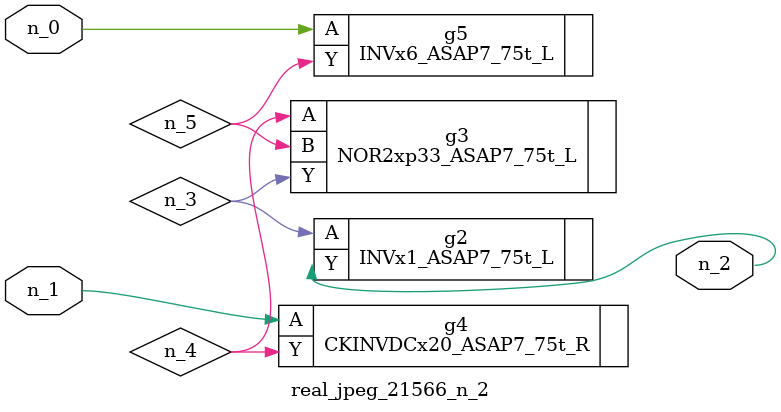
<source format=v>
module real_jpeg_21566_n_2 (n_1, n_0, n_2);

input n_1;
input n_0;

output n_2;

wire n_5;
wire n_4;
wire n_3;

INVx6_ASAP7_75t_L g5 ( 
.A(n_0),
.Y(n_5)
);

CKINVDCx20_ASAP7_75t_R g4 ( 
.A(n_1),
.Y(n_4)
);

INVx1_ASAP7_75t_L g2 ( 
.A(n_3),
.Y(n_2)
);

NOR2xp33_ASAP7_75t_L g3 ( 
.A(n_4),
.B(n_5),
.Y(n_3)
);


endmodule
</source>
